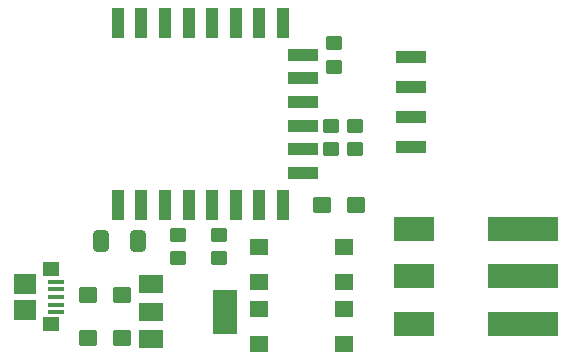
<source format=gtp>
%TF.GenerationSoftware,KiCad,Pcbnew,(6.0.0)*%
%TF.CreationDate,2023-04-27T21:52:48-07:00*%
%TF.ProjectId,dumpster_fire_shelf_led_controller,64756d70-7374-4657-925f-666972655f73,rev?*%
%TF.SameCoordinates,Original*%
%TF.FileFunction,Paste,Top*%
%TF.FilePolarity,Positive*%
%FSLAX46Y46*%
G04 Gerber Fmt 4.6, Leading zero omitted, Abs format (unit mm)*
G04 Created by KiCad (PCBNEW (6.0.0)) date 2023-04-27 21:52:48*
%MOMM*%
%LPD*%
G01*
G04 APERTURE LIST*
G04 Aperture macros list*
%AMRoundRect*
0 Rectangle with rounded corners*
0 $1 Rounding radius*
0 $2 $3 $4 $5 $6 $7 $8 $9 X,Y pos of 4 corners*
0 Add a 4 corners polygon primitive as box body*
4,1,4,$2,$3,$4,$5,$6,$7,$8,$9,$2,$3,0*
0 Add four circle primitives for the rounded corners*
1,1,$1+$1,$2,$3*
1,1,$1+$1,$4,$5*
1,1,$1+$1,$6,$7*
1,1,$1+$1,$8,$9*
0 Add four rect primitives between the rounded corners*
20,1,$1+$1,$2,$3,$4,$5,0*
20,1,$1+$1,$4,$5,$6,$7,0*
20,1,$1+$1,$6,$7,$8,$9,0*
20,1,$1+$1,$8,$9,$2,$3,0*%
G04 Aperture macros list end*
%ADD10RoundRect,0.250000X0.537500X0.425000X-0.537500X0.425000X-0.537500X-0.425000X0.537500X-0.425000X0*%
%ADD11R,1.600000X1.400000*%
%ADD12RoundRect,0.250000X-0.537500X-0.425000X0.537500X-0.425000X0.537500X0.425000X-0.537500X0.425000X0*%
%ADD13RoundRect,0.250000X0.450000X-0.350000X0.450000X0.350000X-0.450000X0.350000X-0.450000X-0.350000X0*%
%ADD14RoundRect,0.250000X-0.412500X-0.650000X0.412500X-0.650000X0.412500X0.650000X-0.412500X0.650000X0*%
%ADD15R,6.000000X2.000000*%
%ADD16R,3.500000X2.000000*%
%ADD17R,2.500000X1.000000*%
%ADD18RoundRect,0.250000X-0.450000X0.350000X-0.450000X-0.350000X0.450000X-0.350000X0.450000X0.350000X0*%
%ADD19R,1.100000X2.500000*%
%ADD20R,2.500000X1.100000*%
%ADD21R,1.400000X0.400000*%
%ADD22R,1.900000X1.750000*%
%ADD23R,1.450000X1.150000*%
%ADD24R,2.000000X1.500000*%
%ADD25R,2.000000X3.800000*%
G04 APERTURE END LIST*
D10*
%TO.C,C2*%
X183237500Y-98600000D03*
X180362500Y-98600000D03*
%TD*%
D11*
%TO.C,FLASH1*%
X202100000Y-102750000D03*
X194900000Y-102750000D03*
X202100000Y-99750000D03*
X194900000Y-99750000D03*
%TD*%
D12*
%TO.C,C3*%
X200250000Y-91000000D03*
X203125000Y-91000000D03*
%TD*%
D13*
%TO.C,R1*%
X191500000Y-95500000D03*
X191500000Y-93500000D03*
%TD*%
D14*
%TO.C,C4*%
X181500000Y-94000000D03*
X184625000Y-94000000D03*
%TD*%
D15*
%TO.C,J3*%
X217250000Y-101012500D03*
D16*
X208000000Y-101012500D03*
D15*
X217250000Y-97012500D03*
D16*
X208000000Y-97012500D03*
X208000000Y-93012500D03*
D15*
X217250000Y-93012500D03*
%TD*%
D10*
%TO.C,C1*%
X183250000Y-102250000D03*
X180375000Y-102250000D03*
%TD*%
D17*
%TO.C,J2*%
X207725000Y-78440000D03*
X207725000Y-80980000D03*
X207725000Y-83520000D03*
X207725000Y-86060000D03*
%TD*%
D11*
%TO.C,RESET1*%
X194900000Y-97500000D03*
X202100000Y-97500000D03*
X202100000Y-94500000D03*
X194900000Y-94500000D03*
%TD*%
D18*
%TO.C,R5*%
X203000000Y-84250000D03*
X203000000Y-86250000D03*
%TD*%
%TO.C,R4*%
X201000000Y-84250000D03*
X201000000Y-86250000D03*
%TD*%
D13*
%TO.C,R3*%
X201250000Y-79250000D03*
X201250000Y-77250000D03*
%TD*%
D19*
%TO.C,U2*%
X182912500Y-90950000D03*
X184912500Y-90950000D03*
X186912500Y-90950000D03*
X188912500Y-90950000D03*
X190912500Y-90950000D03*
X192912500Y-90950000D03*
X194912500Y-90950000D03*
X196912500Y-90950000D03*
X196912500Y-75550000D03*
X194912500Y-75550000D03*
X192912500Y-75550000D03*
X190912500Y-75550000D03*
X188912500Y-75550000D03*
X186912500Y-75550000D03*
X184912500Y-75550000D03*
X182912500Y-75550000D03*
D20*
X198612500Y-88260000D03*
X198612500Y-86260000D03*
X198612500Y-84260000D03*
X198612500Y-82260000D03*
X198612500Y-80260000D03*
X198612500Y-78260000D03*
%TD*%
D21*
%TO.C,J1*%
X177700000Y-97450000D03*
X177700000Y-98100000D03*
X177700000Y-98750000D03*
X177700000Y-99400000D03*
X177700000Y-100050000D03*
D22*
X175050000Y-97625000D03*
D23*
X177280000Y-101070000D03*
X177280000Y-96430000D03*
D22*
X175050000Y-99875000D03*
%TD*%
D13*
%TO.C,R2*%
X188000000Y-95500000D03*
X188000000Y-93500000D03*
%TD*%
D24*
%TO.C,U1*%
X185700000Y-97700000D03*
X185700000Y-100000000D03*
D25*
X192000000Y-100000000D03*
D24*
X185700000Y-102300000D03*
%TD*%
M02*

</source>
